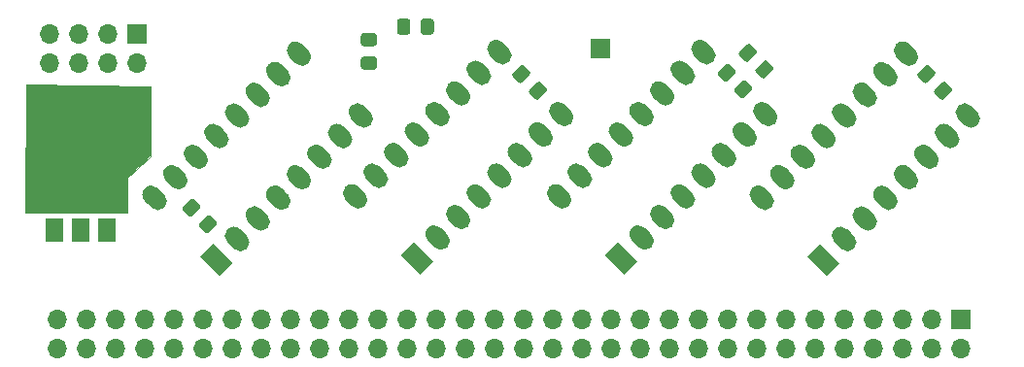
<source format=gbr>
%TF.GenerationSoftware,KiCad,Pcbnew,5.1.9+dfsg1-1+deb11u1*%
%TF.CreationDate,2025-02-02T16:03:13-08:00*%
%TF.ProjectId,esp01Expander,65737030-3145-4787-9061-6e6465722e6b,rev?*%
%TF.SameCoordinates,Original*%
%TF.FileFunction,Soldermask,Bot*%
%TF.FilePolarity,Negative*%
%FSLAX46Y46*%
G04 Gerber Fmt 4.6, Leading zero omitted, Abs format (unit mm)*
G04 Created by KiCad (PCBNEW 5.1.9+dfsg1-1+deb11u1) date 2025-02-02 16:03:13*
%MOMM*%
%LPD*%
G01*
G04 APERTURE LIST*
%ADD10C,0.100000*%
%ADD11R,1.700000X1.700000*%
%ADD12O,1.700000X1.700000*%
%ADD13R,1.500000X2.000000*%
%ADD14R,3.800000X2.000000*%
G04 APERTURE END LIST*
D10*
G36*
X110236000Y-92837000D02*
G01*
X110236000Y-98933000D01*
X108204000Y-100838000D01*
X108204000Y-103886000D01*
X99314000Y-103886000D01*
X99441000Y-92710000D01*
X110236000Y-92837000D01*
G37*
X110236000Y-92837000D02*
X110236000Y-98933000D01*
X108204000Y-100838000D01*
X108204000Y-103886000D01*
X99314000Y-103886000D01*
X99441000Y-92710000D01*
X110236000Y-92837000D01*
D11*
%TO.C,J3*%
X149479000Y-89535000D03*
%TD*%
D12*
%TO.C,J2*%
X101473000Y-90805000D03*
X101473000Y-88265000D03*
X104013000Y-90805000D03*
X104013000Y-88265000D03*
X106553000Y-90805000D03*
X106553000Y-88265000D03*
X109093000Y-90805000D03*
D11*
X109093000Y-88265000D03*
%TD*%
%TO.C,C5*%
G36*
G01*
X178599215Y-93129612D02*
X179235612Y-92493215D01*
G75*
G02*
X179589164Y-92493215I176776J-176776D01*
G01*
X180048785Y-92952836D01*
G75*
G02*
X180048785Y-93306388I-176776J-176776D01*
G01*
X179412388Y-93942785D01*
G75*
G02*
X179058836Y-93942785I-176776J176776D01*
G01*
X178599215Y-93483164D01*
G75*
G02*
X178599215Y-93129612I176776J176776D01*
G01*
G37*
G36*
G01*
X177149647Y-91680044D02*
X177786044Y-91043647D01*
G75*
G02*
X178139596Y-91043647I176776J-176776D01*
G01*
X178599217Y-91503268D01*
G75*
G02*
X178599217Y-91856820I-176776J-176776D01*
G01*
X177962820Y-92493217D01*
G75*
G02*
X177609268Y-92493217I-176776J176776D01*
G01*
X177149647Y-92033596D01*
G75*
G02*
X177149647Y-91680044I176776J176776D01*
G01*
G37*
%TD*%
%TO.C,C4*%
G36*
G01*
X161200215Y-93002612D02*
X161836612Y-92366215D01*
G75*
G02*
X162190164Y-92366215I176776J-176776D01*
G01*
X162649785Y-92825836D01*
G75*
G02*
X162649785Y-93179388I-176776J-176776D01*
G01*
X162013388Y-93815785D01*
G75*
G02*
X161659836Y-93815785I-176776J176776D01*
G01*
X161200215Y-93356164D01*
G75*
G02*
X161200215Y-93002612I176776J176776D01*
G01*
G37*
G36*
G01*
X159750647Y-91553044D02*
X160387044Y-90916647D01*
G75*
G02*
X160740596Y-90916647I176776J-176776D01*
G01*
X161200217Y-91376268D01*
G75*
G02*
X161200217Y-91729820I-176776J-176776D01*
G01*
X160563820Y-92366217D01*
G75*
G02*
X160210268Y-92366217I-176776J176776D01*
G01*
X159750647Y-91906596D01*
G75*
G02*
X159750647Y-91553044I176776J176776D01*
G01*
G37*
%TD*%
%TO.C,C3*%
G36*
G01*
X143293215Y-93129612D02*
X143929612Y-92493215D01*
G75*
G02*
X144283164Y-92493215I176776J-176776D01*
G01*
X144742785Y-92952836D01*
G75*
G02*
X144742785Y-93306388I-176776J-176776D01*
G01*
X144106388Y-93942785D01*
G75*
G02*
X143752836Y-93942785I-176776J176776D01*
G01*
X143293215Y-93483164D01*
G75*
G02*
X143293215Y-93129612I176776J176776D01*
G01*
G37*
G36*
G01*
X141843647Y-91680044D02*
X142480044Y-91043647D01*
G75*
G02*
X142833596Y-91043647I176776J-176776D01*
G01*
X143293217Y-91503268D01*
G75*
G02*
X143293217Y-91856820I-176776J-176776D01*
G01*
X142656820Y-92493217D01*
G75*
G02*
X142303268Y-92493217I-176776J176776D01*
G01*
X141843647Y-92033596D01*
G75*
G02*
X141843647Y-91680044I176776J176776D01*
G01*
G37*
%TD*%
%TO.C,C1*%
G36*
G01*
X114553999Y-104776396D02*
X115190396Y-104139999D01*
G75*
G02*
X115543948Y-104139999I176776J-176776D01*
G01*
X116003569Y-104599620D01*
G75*
G02*
X116003569Y-104953172I-176776J-176776D01*
G01*
X115367172Y-105589569D01*
G75*
G02*
X115013620Y-105589569I-176776J176776D01*
G01*
X114553999Y-105129948D01*
G75*
G02*
X114553999Y-104776396I176776J176776D01*
G01*
G37*
G36*
G01*
X113104431Y-103326828D02*
X113740828Y-102690431D01*
G75*
G02*
X114094380Y-102690431I176776J-176776D01*
G01*
X114554001Y-103150052D01*
G75*
G02*
X114554001Y-103503604I-176776J-176776D01*
G01*
X113917604Y-104140001D01*
G75*
G02*
X113564052Y-104140001I-176776J176776D01*
G01*
X113104431Y-103680380D01*
G75*
G02*
X113104431Y-103326828I176776J176776D01*
G01*
G37*
%TD*%
%TO.C,R5*%
G36*
G01*
X163030783Y-91277180D02*
X163667180Y-90640783D01*
G75*
G02*
X164020732Y-90640783I176776J-176776D01*
G01*
X164480353Y-91100404D01*
G75*
G02*
X164480353Y-91453956I-176776J-176776D01*
G01*
X163843956Y-92090353D01*
G75*
G02*
X163490404Y-92090353I-176776J176776D01*
G01*
X163030783Y-91630732D01*
G75*
G02*
X163030783Y-91277180I176776J176776D01*
G01*
G37*
G36*
G01*
X161581215Y-89827612D02*
X162217612Y-89191215D01*
G75*
G02*
X162571164Y-89191215I176776J-176776D01*
G01*
X163030785Y-89650836D01*
G75*
G02*
X163030785Y-90004388I-176776J-176776D01*
G01*
X162394388Y-90640785D01*
G75*
G02*
X162040836Y-90640785I-176776J176776D01*
G01*
X161581215Y-90181164D01*
G75*
G02*
X161581215Y-89827612I176776J176776D01*
G01*
G37*
%TD*%
%TO.C,R4*%
G36*
G01*
X132900000Y-87179999D02*
X132900000Y-88080001D01*
G75*
G02*
X132650001Y-88330000I-249999J0D01*
G01*
X131999999Y-88330000D01*
G75*
G02*
X131750000Y-88080001I0J249999D01*
G01*
X131750000Y-87179999D01*
G75*
G02*
X131999999Y-86930000I249999J0D01*
G01*
X132650001Y-86930000D01*
G75*
G02*
X132900000Y-87179999I0J-249999D01*
G01*
G37*
G36*
G01*
X134950000Y-87179999D02*
X134950000Y-88080001D01*
G75*
G02*
X134700001Y-88330000I-249999J0D01*
G01*
X134049999Y-88330000D01*
G75*
G02*
X133800000Y-88080001I0J249999D01*
G01*
X133800000Y-87179999D01*
G75*
G02*
X134049999Y-86930000I249999J0D01*
G01*
X134700001Y-86930000D01*
G75*
G02*
X134950000Y-87179999I0J-249999D01*
G01*
G37*
%TD*%
D13*
%TO.C,U5*%
X106440000Y-105360000D03*
X101840000Y-105360000D03*
X104140000Y-105360000D03*
D14*
X104140000Y-99060000D03*
%TD*%
%TO.C,R1*%
G36*
G01*
X129736001Y-89339000D02*
X128835999Y-89339000D01*
G75*
G02*
X128586000Y-89089001I0J249999D01*
G01*
X128586000Y-88438999D01*
G75*
G02*
X128835999Y-88189000I249999J0D01*
G01*
X129736001Y-88189000D01*
G75*
G02*
X129986000Y-88438999I0J-249999D01*
G01*
X129986000Y-89089001D01*
G75*
G02*
X129736001Y-89339000I-249999J0D01*
G01*
G37*
G36*
G01*
X129736001Y-91389000D02*
X128835999Y-91389000D01*
G75*
G02*
X128586000Y-91139001I0J249999D01*
G01*
X128586000Y-90488999D01*
G75*
G02*
X128835999Y-90239000I249999J0D01*
G01*
X129736001Y-90239000D01*
G75*
G02*
X129986000Y-90488999I0J-249999D01*
G01*
X129986000Y-91139001D01*
G75*
G02*
X129736001Y-91389000I-249999J0D01*
G01*
G37*
%TD*%
%TO.C,U4*%
G36*
G01*
X164370374Y-103410374D02*
X164370374Y-103410374D01*
G75*
G02*
X163239004Y-103410374I-565685J565685D01*
G01*
X162673318Y-102844688D01*
G75*
G02*
X162673318Y-101713318I565685J565685D01*
G01*
X162673318Y-101713318D01*
G75*
G02*
X163804688Y-101713318I565685J-565685D01*
G01*
X164370374Y-102279004D01*
G75*
G02*
X164370374Y-103410374I-565685J-565685D01*
G01*
G37*
G36*
G01*
X182330887Y-96226169D02*
X182330887Y-96226169D01*
G75*
G02*
X181199517Y-96226169I-565685J565685D01*
G01*
X180633831Y-95660483D01*
G75*
G02*
X180633831Y-94529113I565685J565685D01*
G01*
X180633831Y-94529113D01*
G75*
G02*
X181765201Y-94529113I565685J-565685D01*
G01*
X182330887Y-95094799D01*
G75*
G02*
X182330887Y-96226169I-565685J-565685D01*
G01*
G37*
G36*
G01*
X166166426Y-101614323D02*
X166166426Y-101614323D01*
G75*
G02*
X165035056Y-101614323I-565685J565685D01*
G01*
X164469370Y-101048637D01*
G75*
G02*
X164469370Y-99917267I565685J565685D01*
G01*
X164469370Y-99917267D01*
G75*
G02*
X165600740Y-99917267I565685J-565685D01*
G01*
X166166426Y-100482953D01*
G75*
G02*
X166166426Y-101614323I-565685J-565685D01*
G01*
G37*
G36*
G01*
X180534835Y-98022221D02*
X180534835Y-98022221D01*
G75*
G02*
X179403465Y-98022221I-565685J565685D01*
G01*
X178837779Y-97456535D01*
G75*
G02*
X178837779Y-96325165I565685J565685D01*
G01*
X178837779Y-96325165D01*
G75*
G02*
X179969149Y-96325165I565685J-565685D01*
G01*
X180534835Y-96890851D01*
G75*
G02*
X180534835Y-98022221I-565685J-565685D01*
G01*
G37*
G36*
G01*
X167962477Y-99818272D02*
X167962477Y-99818272D01*
G75*
G02*
X166831107Y-99818272I-565685J565685D01*
G01*
X166265421Y-99252586D01*
G75*
G02*
X166265421Y-98121216I565685J565685D01*
G01*
X166265421Y-98121216D01*
G75*
G02*
X167396791Y-98121216I565685J-565685D01*
G01*
X167962477Y-98686902D01*
G75*
G02*
X167962477Y-99818272I-565685J-565685D01*
G01*
G37*
G36*
G01*
X178738784Y-99818272D02*
X178738784Y-99818272D01*
G75*
G02*
X177607414Y-99818272I-565685J565685D01*
G01*
X177041728Y-99252586D01*
G75*
G02*
X177041728Y-98121216I565685J565685D01*
G01*
X177041728Y-98121216D01*
G75*
G02*
X178173098Y-98121216I565685J-565685D01*
G01*
X178738784Y-98686902D01*
G75*
G02*
X178738784Y-99818272I-565685J-565685D01*
G01*
G37*
G36*
G01*
X169758528Y-98022221D02*
X169758528Y-98022221D01*
G75*
G02*
X168627158Y-98022221I-565685J565685D01*
G01*
X168061472Y-97456535D01*
G75*
G02*
X168061472Y-96325165I565685J565685D01*
G01*
X168061472Y-96325165D01*
G75*
G02*
X169192842Y-96325165I565685J-565685D01*
G01*
X169758528Y-96890851D01*
G75*
G02*
X169758528Y-98022221I-565685J-565685D01*
G01*
G37*
G36*
G01*
X176942733Y-101614323D02*
X176942733Y-101614323D01*
G75*
G02*
X175811363Y-101614323I-565685J565685D01*
G01*
X175245677Y-101048637D01*
G75*
G02*
X175245677Y-99917267I565685J565685D01*
G01*
X175245677Y-99917267D01*
G75*
G02*
X176377047Y-99917267I565685J-565685D01*
G01*
X176942733Y-100482953D01*
G75*
G02*
X176942733Y-101614323I-565685J-565685D01*
G01*
G37*
G36*
G01*
X171554579Y-96226169D02*
X171554579Y-96226169D01*
G75*
G02*
X170423209Y-96226169I-565685J565685D01*
G01*
X169857523Y-95660483D01*
G75*
G02*
X169857523Y-94529113I565685J565685D01*
G01*
X169857523Y-94529113D01*
G75*
G02*
X170988893Y-94529113I565685J-565685D01*
G01*
X171554579Y-95094799D01*
G75*
G02*
X171554579Y-96226169I-565685J-565685D01*
G01*
G37*
G36*
G01*
X175146682Y-103410374D02*
X175146682Y-103410374D01*
G75*
G02*
X174015312Y-103410374I-565685J565685D01*
G01*
X173449626Y-102844688D01*
G75*
G02*
X173449626Y-101713318I565685J565685D01*
G01*
X173449626Y-101713318D01*
G75*
G02*
X174580996Y-101713318I565685J-565685D01*
G01*
X175146682Y-102279004D01*
G75*
G02*
X175146682Y-103410374I-565685J-565685D01*
G01*
G37*
G36*
G01*
X173350630Y-94430118D02*
X173350630Y-94430118D01*
G75*
G02*
X172219260Y-94430118I-565685J565685D01*
G01*
X171653574Y-93864432D01*
G75*
G02*
X171653574Y-92733062I565685J565685D01*
G01*
X171653574Y-92733062D01*
G75*
G02*
X172784944Y-92733062I565685J-565685D01*
G01*
X173350630Y-93298748D01*
G75*
G02*
X173350630Y-94430118I-565685J-565685D01*
G01*
G37*
G36*
G01*
X173350630Y-105206426D02*
X173350630Y-105206426D01*
G75*
G02*
X172219260Y-105206426I-565685J565685D01*
G01*
X171653574Y-104640740D01*
G75*
G02*
X171653574Y-103509370I565685J565685D01*
G01*
X171653574Y-103509370D01*
G75*
G02*
X172784944Y-103509370I565685J-565685D01*
G01*
X173350630Y-104075056D01*
G75*
G02*
X173350630Y-105206426I-565685J-565685D01*
G01*
G37*
G36*
G01*
X175146682Y-92634067D02*
X175146682Y-92634067D01*
G75*
G02*
X174015312Y-92634067I-565685J565685D01*
G01*
X173449626Y-92068381D01*
G75*
G02*
X173449626Y-90937011I565685J565685D01*
G01*
X173449626Y-90937011D01*
G75*
G02*
X174580996Y-90937011I565685J-565685D01*
G01*
X175146682Y-91502697D01*
G75*
G02*
X175146682Y-92634067I-565685J-565685D01*
G01*
G37*
G36*
G01*
X171554579Y-107002477D02*
X171554579Y-107002477D01*
G75*
G02*
X170423209Y-107002477I-565685J565685D01*
G01*
X169857523Y-106436791D01*
G75*
G02*
X169857523Y-105305421I565685J565685D01*
G01*
X169857523Y-105305421D01*
G75*
G02*
X170988893Y-105305421I565685J-565685D01*
G01*
X171554579Y-105871107D01*
G75*
G02*
X171554579Y-107002477I-565685J-565685D01*
G01*
G37*
G36*
G01*
X176942733Y-90838016D02*
X176942733Y-90838016D01*
G75*
G02*
X175811363Y-90838016I-565685J565685D01*
G01*
X175245677Y-90272330D01*
G75*
G02*
X175245677Y-89140960I565685J565685D01*
G01*
X175245677Y-89140960D01*
G75*
G02*
X176377047Y-89140960I565685J-565685D01*
G01*
X176942733Y-89706646D01*
G75*
G02*
X176942733Y-90838016I-565685J-565685D01*
G01*
G37*
D10*
G36*
X170324214Y-108232843D02*
G01*
X169192843Y-109364214D01*
X167495786Y-107667157D01*
X168627157Y-106535786D01*
X170324214Y-108232843D01*
G37*
%TD*%
%TO.C,U3*%
G36*
G01*
X146718015Y-103282733D02*
X146718015Y-103282733D01*
G75*
G02*
X145586645Y-103282733I-565685J565685D01*
G01*
X145020959Y-102717047D01*
G75*
G02*
X145020959Y-101585677I565685J565685D01*
G01*
X145020959Y-101585677D01*
G75*
G02*
X146152329Y-101585677I565685J-565685D01*
G01*
X146718015Y-102151363D01*
G75*
G02*
X146718015Y-103282733I-565685J-565685D01*
G01*
G37*
G36*
G01*
X164678528Y-96098528D02*
X164678528Y-96098528D01*
G75*
G02*
X163547158Y-96098528I-565685J565685D01*
G01*
X162981472Y-95532842D01*
G75*
G02*
X162981472Y-94401472I565685J565685D01*
G01*
X162981472Y-94401472D01*
G75*
G02*
X164112842Y-94401472I565685J-565685D01*
G01*
X164678528Y-94967158D01*
G75*
G02*
X164678528Y-96098528I-565685J-565685D01*
G01*
G37*
G36*
G01*
X148514067Y-101486682D02*
X148514067Y-101486682D01*
G75*
G02*
X147382697Y-101486682I-565685J565685D01*
G01*
X146817011Y-100920996D01*
G75*
G02*
X146817011Y-99789626I565685J565685D01*
G01*
X146817011Y-99789626D01*
G75*
G02*
X147948381Y-99789626I565685J-565685D01*
G01*
X148514067Y-100355312D01*
G75*
G02*
X148514067Y-101486682I-565685J-565685D01*
G01*
G37*
G36*
G01*
X162882476Y-97894580D02*
X162882476Y-97894580D01*
G75*
G02*
X161751106Y-97894580I-565685J565685D01*
G01*
X161185420Y-97328894D01*
G75*
G02*
X161185420Y-96197524I565685J565685D01*
G01*
X161185420Y-96197524D01*
G75*
G02*
X162316790Y-96197524I565685J-565685D01*
G01*
X162882476Y-96763210D01*
G75*
G02*
X162882476Y-97894580I-565685J-565685D01*
G01*
G37*
G36*
G01*
X150310118Y-99690631D02*
X150310118Y-99690631D01*
G75*
G02*
X149178748Y-99690631I-565685J565685D01*
G01*
X148613062Y-99124945D01*
G75*
G02*
X148613062Y-97993575I565685J565685D01*
G01*
X148613062Y-97993575D01*
G75*
G02*
X149744432Y-97993575I565685J-565685D01*
G01*
X150310118Y-98559261D01*
G75*
G02*
X150310118Y-99690631I-565685J-565685D01*
G01*
G37*
G36*
G01*
X161086425Y-99690631D02*
X161086425Y-99690631D01*
G75*
G02*
X159955055Y-99690631I-565685J565685D01*
G01*
X159389369Y-99124945D01*
G75*
G02*
X159389369Y-97993575I565685J565685D01*
G01*
X159389369Y-97993575D01*
G75*
G02*
X160520739Y-97993575I565685J-565685D01*
G01*
X161086425Y-98559261D01*
G75*
G02*
X161086425Y-99690631I-565685J-565685D01*
G01*
G37*
G36*
G01*
X152106169Y-97894580D02*
X152106169Y-97894580D01*
G75*
G02*
X150974799Y-97894580I-565685J565685D01*
G01*
X150409113Y-97328894D01*
G75*
G02*
X150409113Y-96197524I565685J565685D01*
G01*
X150409113Y-96197524D01*
G75*
G02*
X151540483Y-96197524I565685J-565685D01*
G01*
X152106169Y-96763210D01*
G75*
G02*
X152106169Y-97894580I-565685J-565685D01*
G01*
G37*
G36*
G01*
X159290374Y-101486682D02*
X159290374Y-101486682D01*
G75*
G02*
X158159004Y-101486682I-565685J565685D01*
G01*
X157593318Y-100920996D01*
G75*
G02*
X157593318Y-99789626I565685J565685D01*
G01*
X157593318Y-99789626D01*
G75*
G02*
X158724688Y-99789626I565685J-565685D01*
G01*
X159290374Y-100355312D01*
G75*
G02*
X159290374Y-101486682I-565685J-565685D01*
G01*
G37*
G36*
G01*
X153902220Y-96098528D02*
X153902220Y-96098528D01*
G75*
G02*
X152770850Y-96098528I-565685J565685D01*
G01*
X152205164Y-95532842D01*
G75*
G02*
X152205164Y-94401472I565685J565685D01*
G01*
X152205164Y-94401472D01*
G75*
G02*
X153336534Y-94401472I565685J-565685D01*
G01*
X153902220Y-94967158D01*
G75*
G02*
X153902220Y-96098528I-565685J-565685D01*
G01*
G37*
G36*
G01*
X157494323Y-103282733D02*
X157494323Y-103282733D01*
G75*
G02*
X156362953Y-103282733I-565685J565685D01*
G01*
X155797267Y-102717047D01*
G75*
G02*
X155797267Y-101585677I565685J565685D01*
G01*
X155797267Y-101585677D01*
G75*
G02*
X156928637Y-101585677I565685J-565685D01*
G01*
X157494323Y-102151363D01*
G75*
G02*
X157494323Y-103282733I-565685J-565685D01*
G01*
G37*
G36*
G01*
X155698271Y-94302477D02*
X155698271Y-94302477D01*
G75*
G02*
X154566901Y-94302477I-565685J565685D01*
G01*
X154001215Y-93736791D01*
G75*
G02*
X154001215Y-92605421I565685J565685D01*
G01*
X154001215Y-92605421D01*
G75*
G02*
X155132585Y-92605421I565685J-565685D01*
G01*
X155698271Y-93171107D01*
G75*
G02*
X155698271Y-94302477I-565685J-565685D01*
G01*
G37*
G36*
G01*
X155698271Y-105078785D02*
X155698271Y-105078785D01*
G75*
G02*
X154566901Y-105078785I-565685J565685D01*
G01*
X154001215Y-104513099D01*
G75*
G02*
X154001215Y-103381729I565685J565685D01*
G01*
X154001215Y-103381729D01*
G75*
G02*
X155132585Y-103381729I565685J-565685D01*
G01*
X155698271Y-103947415D01*
G75*
G02*
X155698271Y-105078785I-565685J-565685D01*
G01*
G37*
G36*
G01*
X157494323Y-92506426D02*
X157494323Y-92506426D01*
G75*
G02*
X156362953Y-92506426I-565685J565685D01*
G01*
X155797267Y-91940740D01*
G75*
G02*
X155797267Y-90809370I565685J565685D01*
G01*
X155797267Y-90809370D01*
G75*
G02*
X156928637Y-90809370I565685J-565685D01*
G01*
X157494323Y-91375056D01*
G75*
G02*
X157494323Y-92506426I-565685J-565685D01*
G01*
G37*
G36*
G01*
X153902220Y-106874836D02*
X153902220Y-106874836D01*
G75*
G02*
X152770850Y-106874836I-565685J565685D01*
G01*
X152205164Y-106309150D01*
G75*
G02*
X152205164Y-105177780I565685J565685D01*
G01*
X152205164Y-105177780D01*
G75*
G02*
X153336534Y-105177780I565685J-565685D01*
G01*
X153902220Y-105743466D01*
G75*
G02*
X153902220Y-106874836I-565685J-565685D01*
G01*
G37*
G36*
G01*
X159290374Y-90710375D02*
X159290374Y-90710375D01*
G75*
G02*
X158159004Y-90710375I-565685J565685D01*
G01*
X157593318Y-90144689D01*
G75*
G02*
X157593318Y-89013319I565685J565685D01*
G01*
X157593318Y-89013319D01*
G75*
G02*
X158724688Y-89013319I565685J-565685D01*
G01*
X159290374Y-89579005D01*
G75*
G02*
X159290374Y-90710375I-565685J-565685D01*
G01*
G37*
G36*
X152671855Y-108105202D02*
G01*
X151540484Y-109236573D01*
X149843427Y-107539516D01*
X150974798Y-106408145D01*
X152671855Y-108105202D01*
G37*
%TD*%
%TO.C,U2*%
G36*
G01*
X128938015Y-103282733D02*
X128938015Y-103282733D01*
G75*
G02*
X127806645Y-103282733I-565685J565685D01*
G01*
X127240959Y-102717047D01*
G75*
G02*
X127240959Y-101585677I565685J565685D01*
G01*
X127240959Y-101585677D01*
G75*
G02*
X128372329Y-101585677I565685J-565685D01*
G01*
X128938015Y-102151363D01*
G75*
G02*
X128938015Y-103282733I-565685J-565685D01*
G01*
G37*
G36*
G01*
X146898528Y-96098528D02*
X146898528Y-96098528D01*
G75*
G02*
X145767158Y-96098528I-565685J565685D01*
G01*
X145201472Y-95532842D01*
G75*
G02*
X145201472Y-94401472I565685J565685D01*
G01*
X145201472Y-94401472D01*
G75*
G02*
X146332842Y-94401472I565685J-565685D01*
G01*
X146898528Y-94967158D01*
G75*
G02*
X146898528Y-96098528I-565685J-565685D01*
G01*
G37*
G36*
G01*
X130734067Y-101486682D02*
X130734067Y-101486682D01*
G75*
G02*
X129602697Y-101486682I-565685J565685D01*
G01*
X129037011Y-100920996D01*
G75*
G02*
X129037011Y-99789626I565685J565685D01*
G01*
X129037011Y-99789626D01*
G75*
G02*
X130168381Y-99789626I565685J-565685D01*
G01*
X130734067Y-100355312D01*
G75*
G02*
X130734067Y-101486682I-565685J-565685D01*
G01*
G37*
G36*
G01*
X145102476Y-97894580D02*
X145102476Y-97894580D01*
G75*
G02*
X143971106Y-97894580I-565685J565685D01*
G01*
X143405420Y-97328894D01*
G75*
G02*
X143405420Y-96197524I565685J565685D01*
G01*
X143405420Y-96197524D01*
G75*
G02*
X144536790Y-96197524I565685J-565685D01*
G01*
X145102476Y-96763210D01*
G75*
G02*
X145102476Y-97894580I-565685J-565685D01*
G01*
G37*
G36*
G01*
X132530118Y-99690631D02*
X132530118Y-99690631D01*
G75*
G02*
X131398748Y-99690631I-565685J565685D01*
G01*
X130833062Y-99124945D01*
G75*
G02*
X130833062Y-97993575I565685J565685D01*
G01*
X130833062Y-97993575D01*
G75*
G02*
X131964432Y-97993575I565685J-565685D01*
G01*
X132530118Y-98559261D01*
G75*
G02*
X132530118Y-99690631I-565685J-565685D01*
G01*
G37*
G36*
G01*
X143306425Y-99690631D02*
X143306425Y-99690631D01*
G75*
G02*
X142175055Y-99690631I-565685J565685D01*
G01*
X141609369Y-99124945D01*
G75*
G02*
X141609369Y-97993575I565685J565685D01*
G01*
X141609369Y-97993575D01*
G75*
G02*
X142740739Y-97993575I565685J-565685D01*
G01*
X143306425Y-98559261D01*
G75*
G02*
X143306425Y-99690631I-565685J-565685D01*
G01*
G37*
G36*
G01*
X134326169Y-97894580D02*
X134326169Y-97894580D01*
G75*
G02*
X133194799Y-97894580I-565685J565685D01*
G01*
X132629113Y-97328894D01*
G75*
G02*
X132629113Y-96197524I565685J565685D01*
G01*
X132629113Y-96197524D01*
G75*
G02*
X133760483Y-96197524I565685J-565685D01*
G01*
X134326169Y-96763210D01*
G75*
G02*
X134326169Y-97894580I-565685J-565685D01*
G01*
G37*
G36*
G01*
X141510374Y-101486682D02*
X141510374Y-101486682D01*
G75*
G02*
X140379004Y-101486682I-565685J565685D01*
G01*
X139813318Y-100920996D01*
G75*
G02*
X139813318Y-99789626I565685J565685D01*
G01*
X139813318Y-99789626D01*
G75*
G02*
X140944688Y-99789626I565685J-565685D01*
G01*
X141510374Y-100355312D01*
G75*
G02*
X141510374Y-101486682I-565685J-565685D01*
G01*
G37*
G36*
G01*
X136122220Y-96098528D02*
X136122220Y-96098528D01*
G75*
G02*
X134990850Y-96098528I-565685J565685D01*
G01*
X134425164Y-95532842D01*
G75*
G02*
X134425164Y-94401472I565685J565685D01*
G01*
X134425164Y-94401472D01*
G75*
G02*
X135556534Y-94401472I565685J-565685D01*
G01*
X136122220Y-94967158D01*
G75*
G02*
X136122220Y-96098528I-565685J-565685D01*
G01*
G37*
G36*
G01*
X139714323Y-103282733D02*
X139714323Y-103282733D01*
G75*
G02*
X138582953Y-103282733I-565685J565685D01*
G01*
X138017267Y-102717047D01*
G75*
G02*
X138017267Y-101585677I565685J565685D01*
G01*
X138017267Y-101585677D01*
G75*
G02*
X139148637Y-101585677I565685J-565685D01*
G01*
X139714323Y-102151363D01*
G75*
G02*
X139714323Y-103282733I-565685J-565685D01*
G01*
G37*
G36*
G01*
X137918271Y-94302477D02*
X137918271Y-94302477D01*
G75*
G02*
X136786901Y-94302477I-565685J565685D01*
G01*
X136221215Y-93736791D01*
G75*
G02*
X136221215Y-92605421I565685J565685D01*
G01*
X136221215Y-92605421D01*
G75*
G02*
X137352585Y-92605421I565685J-565685D01*
G01*
X137918271Y-93171107D01*
G75*
G02*
X137918271Y-94302477I-565685J-565685D01*
G01*
G37*
G36*
G01*
X137918271Y-105078785D02*
X137918271Y-105078785D01*
G75*
G02*
X136786901Y-105078785I-565685J565685D01*
G01*
X136221215Y-104513099D01*
G75*
G02*
X136221215Y-103381729I565685J565685D01*
G01*
X136221215Y-103381729D01*
G75*
G02*
X137352585Y-103381729I565685J-565685D01*
G01*
X137918271Y-103947415D01*
G75*
G02*
X137918271Y-105078785I-565685J-565685D01*
G01*
G37*
G36*
G01*
X139714323Y-92506426D02*
X139714323Y-92506426D01*
G75*
G02*
X138582953Y-92506426I-565685J565685D01*
G01*
X138017267Y-91940740D01*
G75*
G02*
X138017267Y-90809370I565685J565685D01*
G01*
X138017267Y-90809370D01*
G75*
G02*
X139148637Y-90809370I565685J-565685D01*
G01*
X139714323Y-91375056D01*
G75*
G02*
X139714323Y-92506426I-565685J-565685D01*
G01*
G37*
G36*
G01*
X136122220Y-106874836D02*
X136122220Y-106874836D01*
G75*
G02*
X134990850Y-106874836I-565685J565685D01*
G01*
X134425164Y-106309150D01*
G75*
G02*
X134425164Y-105177780I565685J565685D01*
G01*
X134425164Y-105177780D01*
G75*
G02*
X135556534Y-105177780I565685J-565685D01*
G01*
X136122220Y-105743466D01*
G75*
G02*
X136122220Y-106874836I-565685J-565685D01*
G01*
G37*
G36*
G01*
X141510374Y-90710375D02*
X141510374Y-90710375D01*
G75*
G02*
X140379004Y-90710375I-565685J565685D01*
G01*
X139813318Y-90144689D01*
G75*
G02*
X139813318Y-89013319I565685J565685D01*
G01*
X139813318Y-89013319D01*
G75*
G02*
X140944688Y-89013319I565685J-565685D01*
G01*
X141510374Y-89579005D01*
G75*
G02*
X141510374Y-90710375I-565685J-565685D01*
G01*
G37*
G36*
X134891855Y-108105202D02*
G01*
X133760484Y-109236573D01*
X132063427Y-107539516D01*
X133194798Y-106408145D01*
X134891855Y-108105202D01*
G37*
%TD*%
%TO.C,U1*%
G36*
G01*
X111466169Y-103410374D02*
X111466169Y-103410374D01*
G75*
G02*
X110334799Y-103410374I-565685J565685D01*
G01*
X109769113Y-102844688D01*
G75*
G02*
X109769113Y-101713318I565685J565685D01*
G01*
X109769113Y-101713318D01*
G75*
G02*
X110900483Y-101713318I565685J-565685D01*
G01*
X111466169Y-102279004D01*
G75*
G02*
X111466169Y-103410374I-565685J-565685D01*
G01*
G37*
G36*
G01*
X129426682Y-96226169D02*
X129426682Y-96226169D01*
G75*
G02*
X128295312Y-96226169I-565685J565685D01*
G01*
X127729626Y-95660483D01*
G75*
G02*
X127729626Y-94529113I565685J565685D01*
G01*
X127729626Y-94529113D01*
G75*
G02*
X128860996Y-94529113I565685J-565685D01*
G01*
X129426682Y-95094799D01*
G75*
G02*
X129426682Y-96226169I-565685J-565685D01*
G01*
G37*
G36*
G01*
X113262221Y-101614323D02*
X113262221Y-101614323D01*
G75*
G02*
X112130851Y-101614323I-565685J565685D01*
G01*
X111565165Y-101048637D01*
G75*
G02*
X111565165Y-99917267I565685J565685D01*
G01*
X111565165Y-99917267D01*
G75*
G02*
X112696535Y-99917267I565685J-565685D01*
G01*
X113262221Y-100482953D01*
G75*
G02*
X113262221Y-101614323I-565685J-565685D01*
G01*
G37*
G36*
G01*
X127630630Y-98022221D02*
X127630630Y-98022221D01*
G75*
G02*
X126499260Y-98022221I-565685J565685D01*
G01*
X125933574Y-97456535D01*
G75*
G02*
X125933574Y-96325165I565685J565685D01*
G01*
X125933574Y-96325165D01*
G75*
G02*
X127064944Y-96325165I565685J-565685D01*
G01*
X127630630Y-96890851D01*
G75*
G02*
X127630630Y-98022221I-565685J-565685D01*
G01*
G37*
G36*
G01*
X115058272Y-99818272D02*
X115058272Y-99818272D01*
G75*
G02*
X113926902Y-99818272I-565685J565685D01*
G01*
X113361216Y-99252586D01*
G75*
G02*
X113361216Y-98121216I565685J565685D01*
G01*
X113361216Y-98121216D01*
G75*
G02*
X114492586Y-98121216I565685J-565685D01*
G01*
X115058272Y-98686902D01*
G75*
G02*
X115058272Y-99818272I-565685J-565685D01*
G01*
G37*
G36*
G01*
X125834579Y-99818272D02*
X125834579Y-99818272D01*
G75*
G02*
X124703209Y-99818272I-565685J565685D01*
G01*
X124137523Y-99252586D01*
G75*
G02*
X124137523Y-98121216I565685J565685D01*
G01*
X124137523Y-98121216D01*
G75*
G02*
X125268893Y-98121216I565685J-565685D01*
G01*
X125834579Y-98686902D01*
G75*
G02*
X125834579Y-99818272I-565685J-565685D01*
G01*
G37*
G36*
G01*
X116854323Y-98022221D02*
X116854323Y-98022221D01*
G75*
G02*
X115722953Y-98022221I-565685J565685D01*
G01*
X115157267Y-97456535D01*
G75*
G02*
X115157267Y-96325165I565685J565685D01*
G01*
X115157267Y-96325165D01*
G75*
G02*
X116288637Y-96325165I565685J-565685D01*
G01*
X116854323Y-96890851D01*
G75*
G02*
X116854323Y-98022221I-565685J-565685D01*
G01*
G37*
G36*
G01*
X124038528Y-101614323D02*
X124038528Y-101614323D01*
G75*
G02*
X122907158Y-101614323I-565685J565685D01*
G01*
X122341472Y-101048637D01*
G75*
G02*
X122341472Y-99917267I565685J565685D01*
G01*
X122341472Y-99917267D01*
G75*
G02*
X123472842Y-99917267I565685J-565685D01*
G01*
X124038528Y-100482953D01*
G75*
G02*
X124038528Y-101614323I-565685J-565685D01*
G01*
G37*
G36*
G01*
X118650374Y-96226169D02*
X118650374Y-96226169D01*
G75*
G02*
X117519004Y-96226169I-565685J565685D01*
G01*
X116953318Y-95660483D01*
G75*
G02*
X116953318Y-94529113I565685J565685D01*
G01*
X116953318Y-94529113D01*
G75*
G02*
X118084688Y-94529113I565685J-565685D01*
G01*
X118650374Y-95094799D01*
G75*
G02*
X118650374Y-96226169I-565685J-565685D01*
G01*
G37*
G36*
G01*
X122242477Y-103410374D02*
X122242477Y-103410374D01*
G75*
G02*
X121111107Y-103410374I-565685J565685D01*
G01*
X120545421Y-102844688D01*
G75*
G02*
X120545421Y-101713318I565685J565685D01*
G01*
X120545421Y-101713318D01*
G75*
G02*
X121676791Y-101713318I565685J-565685D01*
G01*
X122242477Y-102279004D01*
G75*
G02*
X122242477Y-103410374I-565685J-565685D01*
G01*
G37*
G36*
G01*
X120446425Y-94430118D02*
X120446425Y-94430118D01*
G75*
G02*
X119315055Y-94430118I-565685J565685D01*
G01*
X118749369Y-93864432D01*
G75*
G02*
X118749369Y-92733062I565685J565685D01*
G01*
X118749369Y-92733062D01*
G75*
G02*
X119880739Y-92733062I565685J-565685D01*
G01*
X120446425Y-93298748D01*
G75*
G02*
X120446425Y-94430118I-565685J-565685D01*
G01*
G37*
G36*
G01*
X120446425Y-105206426D02*
X120446425Y-105206426D01*
G75*
G02*
X119315055Y-105206426I-565685J565685D01*
G01*
X118749369Y-104640740D01*
G75*
G02*
X118749369Y-103509370I565685J565685D01*
G01*
X118749369Y-103509370D01*
G75*
G02*
X119880739Y-103509370I565685J-565685D01*
G01*
X120446425Y-104075056D01*
G75*
G02*
X120446425Y-105206426I-565685J-565685D01*
G01*
G37*
G36*
G01*
X122242477Y-92634067D02*
X122242477Y-92634067D01*
G75*
G02*
X121111107Y-92634067I-565685J565685D01*
G01*
X120545421Y-92068381D01*
G75*
G02*
X120545421Y-90937011I565685J565685D01*
G01*
X120545421Y-90937011D01*
G75*
G02*
X121676791Y-90937011I565685J-565685D01*
G01*
X122242477Y-91502697D01*
G75*
G02*
X122242477Y-92634067I-565685J-565685D01*
G01*
G37*
G36*
G01*
X118650374Y-107002477D02*
X118650374Y-107002477D01*
G75*
G02*
X117519004Y-107002477I-565685J565685D01*
G01*
X116953318Y-106436791D01*
G75*
G02*
X116953318Y-105305421I565685J565685D01*
G01*
X116953318Y-105305421D01*
G75*
G02*
X118084688Y-105305421I565685J-565685D01*
G01*
X118650374Y-105871107D01*
G75*
G02*
X118650374Y-107002477I-565685J-565685D01*
G01*
G37*
G36*
G01*
X124038528Y-90838016D02*
X124038528Y-90838016D01*
G75*
G02*
X122907158Y-90838016I-565685J565685D01*
G01*
X122341472Y-90272330D01*
G75*
G02*
X122341472Y-89140960I565685J565685D01*
G01*
X122341472Y-89140960D01*
G75*
G02*
X123472842Y-89140960I565685J-565685D01*
G01*
X124038528Y-89706646D01*
G75*
G02*
X124038528Y-90838016I-565685J-565685D01*
G01*
G37*
G36*
X117420009Y-108232843D02*
G01*
X116288638Y-109364214D01*
X114591581Y-107667157D01*
X115722952Y-106535786D01*
X117420009Y-108232843D01*
G37*
%TD*%
D12*
%TO.C,J1*%
X102108000Y-115697000D03*
X102108000Y-113157000D03*
X104648000Y-115697000D03*
X104648000Y-113157000D03*
X107188000Y-115697000D03*
X107188000Y-113157000D03*
X109728000Y-115697000D03*
X109728000Y-113157000D03*
X112268000Y-115697000D03*
X112268000Y-113157000D03*
X114808000Y-115697000D03*
X114808000Y-113157000D03*
X117348000Y-115697000D03*
X117348000Y-113157000D03*
X119888000Y-115697000D03*
X119888000Y-113157000D03*
X122428000Y-115697000D03*
X122428000Y-113157000D03*
X124968000Y-115697000D03*
X124968000Y-113157000D03*
X127508000Y-115697000D03*
X127508000Y-113157000D03*
X130048000Y-115697000D03*
X130048000Y-113157000D03*
X132588000Y-115697000D03*
X132588000Y-113157000D03*
X135128000Y-115697000D03*
X135128000Y-113157000D03*
X137668000Y-115697000D03*
X137668000Y-113157000D03*
X140208000Y-115697000D03*
X140208000Y-113157000D03*
X142748000Y-115697000D03*
X142748000Y-113157000D03*
X145288000Y-115697000D03*
X145288000Y-113157000D03*
X147828000Y-115697000D03*
X147828000Y-113157000D03*
X150368000Y-115697000D03*
X150368000Y-113157000D03*
X152908000Y-115697000D03*
X152908000Y-113157000D03*
X155448000Y-115697000D03*
X155448000Y-113157000D03*
X157988000Y-115697000D03*
X157988000Y-113157000D03*
X160528000Y-115697000D03*
X160528000Y-113157000D03*
X163068000Y-115697000D03*
X163068000Y-113157000D03*
X165608000Y-115697000D03*
X165608000Y-113157000D03*
X168148000Y-115697000D03*
X168148000Y-113157000D03*
X170688000Y-115697000D03*
X170688000Y-113157000D03*
X173228000Y-115697000D03*
X173228000Y-113157000D03*
X175768000Y-115697000D03*
X175768000Y-113157000D03*
X178308000Y-115697000D03*
X178308000Y-113157000D03*
X180848000Y-115697000D03*
D11*
X180848000Y-113157000D03*
%TD*%
M02*

</source>
